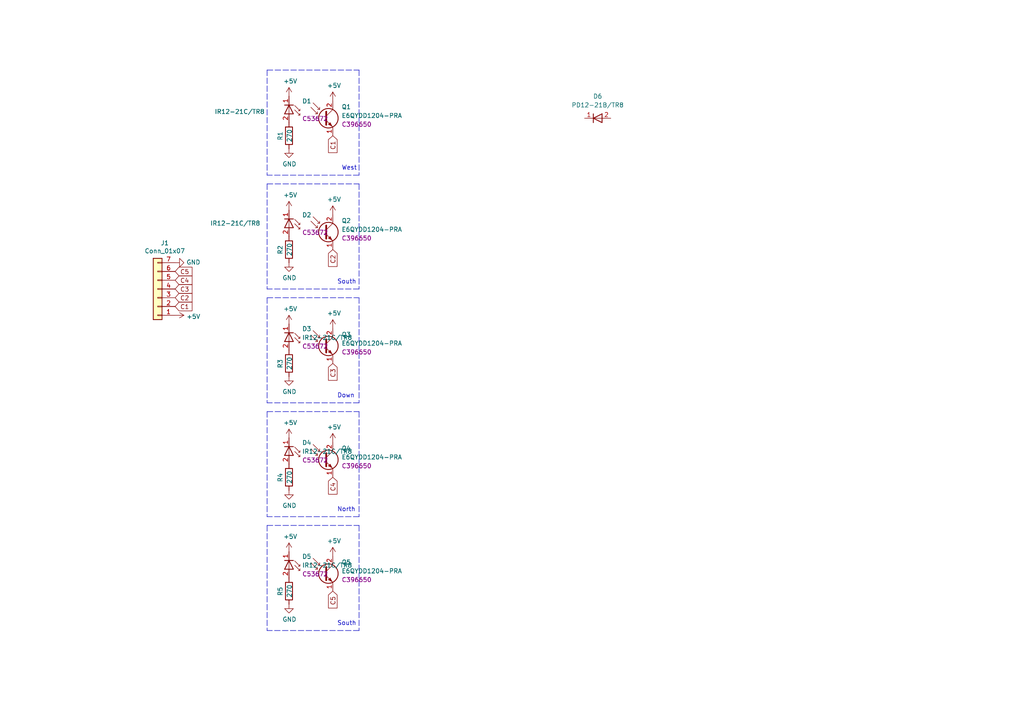
<source format=kicad_sch>
(kicad_sch (version 20211123) (generator eeschema)
  (paper "A4")
  (lib_symbols
    (symbol "Connector_Generic:Conn_01x07" (pin_names (offset 1.016) hide)
      (property "Reference" "J" (at 0 10.16 0))
      (property "Value" "Conn_01x07" (at 0 -10.16 0))
      (symbol "Conn_01x07_1_1"
        (rectangle (start -1.27 -7.493) (end 0 -7.747) (stroke (width 0.1524)))
        (rectangle (start -1.27 -4.953) (end 0 -5.207) (stroke (width 0.1524)))
        (rectangle (start -1.27 -2.413) (end 0 -2.667) (stroke (width 0.1524)))
        (rectangle (start -1.27 0.127) (end 0 -0.127) (stroke (width 0.1524)))
        (rectangle (start -1.27 2.667) (end 0 2.413) (stroke (width 0.1524)))
        (rectangle (start -1.27 5.207) (end 0 4.953) (stroke (width 0.1524)))
        (rectangle (start -1.27 7.747) (end 0 7.493) (stroke (width 0.1524)))
        (rectangle (start -1.27 8.89) (end 1.27 -8.89) (stroke (width 0.254)) (fill (type background)))
        (pin passive line (at -5.08 7.62 0) (length 3.81) (name "Pin_1") (number "1"))
        (pin passive line (at -5.08 5.08 0) (length 3.81) (name "Pin_2") (number "2"))
        (pin passive line (at -5.08 2.54 0) (length 3.81) (name "Pin_3") (number "3"))
        (pin passive line (at -5.08 0 0) (length 3.81) (name "Pin_4") (number "4"))
        (pin passive line (at -5.08 -2.54 0) (length 3.81) (name "Pin_5") (number "5"))
        (pin passive line (at -5.08 -5.08 0) (length 3.81) (name "Pin_6") (number "6"))
        (pin passive line (at -5.08 -7.62 0) (length 3.81) (name "Pin_7") (number "7"))
      )
    )
    (symbol "Device:R" (pin_numbers hide) (pin_names (offset 0))
      (property "Reference" "R" (at 2.032 0 90))
      (property "Value" "R" (at 0 0 90))
      (symbol "R_0_1"
        (rectangle (start -1.016 -2.54) (end 1.016 2.54) (stroke (width 0.254)))
      )
      (symbol "R_1_1"
        (pin passive line (at 0 3.81 270) (length 1.27) (name "~") (number "1"))
        (pin passive line (at 0 -3.81 90) (length 1.27) (name "~") (number "2"))
      )
    )
    (symbol "IR12-21C{slash}TR8_1" (pin_names (offset 1.016) hide)
      (property "Reference" "D" (at 1.778 3.048 0))
      (property "Value" "IR12-21C{slash}TR8_1" (at -1.016 -2.794 0))
      (property "LCSC Part #" "C53672" (at 0 0 0))
      (symbol "IR12-21C{slash}TR8_1_0_1"
        (polyline (pts (xy -2.54 0) (xy 0 0)))
        (polyline (pts (xy -2.54 1.27) (xy -2.54 -1.27)) (stroke (width 0.254)))
        (polyline (pts (xy 0.381 3.175) (xy -0.127 3.175)))
        (polyline (pts (xy -1.143 1.651) (xy 0.381 3.175) (xy 0.381 2.667)))
        (polyline (pts (xy 0 -1.27) (xy 0 1.27) (xy -2.54 0) (xy 0 -1.27)) (stroke (width 0.254)))
        (polyline (pts (xy -2.413 1.651) (xy -0.889 3.175) (xy -0.889 2.667) (xy -0.889 3.175) (xy -1.397 3.175)))
      )
      (symbol "IR12-21C{slash}TR8_1_1_1"
        (pin passive line (at -5.08 0 0) (length 2.54) (name "K") (number "1"))
        (pin passive line (at 2.54 0 180) (length 2.54) (name "A") (number "2"))
      )
    )
    (symbol "IR12-21C{slash}TR8_2" (pin_names (offset 1.016) hide)
      (property "Reference" "D" (at 1.778 3.048 0))
      (property "Value" "IR12-21C{slash}TR8_2" (at -1.016 -2.794 0))
      (property "LCSC Part #" "C53672" (at 0 0 0))
      (symbol "IR12-21C{slash}TR8_2_0_1"
        (polyline (pts (xy -2.54 0) (xy 0 0)))
        (polyline (pts (xy -2.54 1.27) (xy -2.54 -1.27)) (stroke (width 0.254)))
        (polyline (pts (xy 0.381 3.175) (xy -0.127 3.175)))
        (polyline (pts (xy -1.143 1.651) (xy 0.381 3.175) (xy 0.381 2.667)))
        (polyline (pts (xy 0 -1.27) (xy 0 1.27) (xy -2.54 0) (xy 0 -1.27)) (stroke (width 0.254)))
        (polyline (pts (xy -2.413 1.651) (xy -0.889 3.175) (xy -0.889 2.667) (xy -0.889 3.175) (xy -1.397 3.175)))
      )
      (symbol "IR12-21C{slash}TR8_2_1_1"
        (pin passive line (at -5.08 0 0) (length 2.54) (name "K") (number "1"))
        (pin passive line (at 2.54 0 180) (length 2.54) (name "A") (number "2"))
      )
    )
    (symbol "IR12-21C{slash}TR8_3" (pin_names (offset 1.016) hide)
      (property "Reference" "D" (at 1.778 3.048 0))
      (property "Value" "IR12-21C{slash}TR8_3" (at -1.016 -2.794 0))
      (property "LCSC Part #" "C53672" (at 0 0 0))
      (symbol "IR12-21C{slash}TR8_3_0_1"
        (polyline (pts (xy -2.54 0) (xy 0 0)))
        (polyline (pts (xy -2.54 1.27) (xy -2.54 -1.27)) (stroke (width 0.254)))
        (polyline (pts (xy 0.381 3.175) (xy -0.127 3.175)))
        (polyline (pts (xy -1.143 1.651) (xy 0.381 3.175) (xy 0.381 2.667)))
        (polyline (pts (xy 0 -1.27) (xy 0 1.27) (xy -2.54 0) (xy 0 -1.27)) (stroke (width 0.254)))
        (polyline (pts (xy -2.413 1.651) (xy -0.889 3.175) (xy -0.889 2.667) (xy -0.889 3.175) (xy -1.397 3.175)))
      )
      (symbol "IR12-21C{slash}TR8_3_1_1"
        (pin passive line (at -5.08 0 0) (length 2.54) (name "K") (number "1"))
        (pin passive line (at 2.54 0 180) (length 2.54) (name "A") (number "2"))
      )
    )
    (symbol "IR12-21C{slash}TR8_4" (pin_names (offset 1.016) hide)
      (property "Reference" "D" (at 1.778 3.048 0))
      (property "Value" "IR12-21C{slash}TR8_4" (at -1.016 -2.794 0))
      (property "LCSC Part #" "C53672" (at 0 0 0))
      (symbol "IR12-21C{slash}TR8_4_0_1"
        (polyline (pts (xy -2.54 0) (xy 0 0)))
        (polyline (pts (xy -2.54 1.27) (xy -2.54 -1.27)) (stroke (width 0.254)))
        (polyline (pts (xy 0.381 3.175) (xy -0.127 3.175)))
        (polyline (pts (xy -1.143 1.651) (xy 0.381 3.175) (xy 0.381 2.667)))
        (polyline (pts (xy 0 -1.27) (xy 0 1.27) (xy -2.54 0) (xy 0 -1.27)) (stroke (width 0.254)))
        (polyline (pts (xy -2.413 1.651) (xy -0.889 3.175) (xy -0.889 2.667) (xy -0.889 3.175) (xy -1.397 3.175)))
      )
      (symbol "IR12-21C{slash}TR8_4_1_1"
        (pin passive line (at -5.08 0 0) (length 2.54) (name "K") (number "1"))
        (pin passive line (at 2.54 0 180) (length 2.54) (name "A") (number "2"))
      )
    )
    (symbol "lalboard:E6QYDD1204-PRA" (pin_names (offset 0) hide)
      (property "Reference" "Q" (at 5.08 1.27 0))
      (property "Value" "E6QYDD1204-PRA" (at 5.08 -1.27 0))
      (property "LCSC Part #" "C396650" (at -8.89 -2.54 0))
      (symbol "E6QYDD1204-PRA_0_1"
        (polyline (pts (xy -1.905 1.27) (xy -2.54 1.27)))
        (polyline (pts (xy -1.27 2.54) (xy -1.905 2.54)))
        (polyline (pts (xy 0.635 0.635) (xy 2.54 2.54)))
        (polyline (pts (xy -3.81 3.175) (xy -1.905 1.27) (xy -1.905 1.905)))
        (polyline (pts (xy -3.175 4.445) (xy -1.27 2.54) (xy -1.27 3.175)))
        (polyline (pts (xy 0.635 -0.635) (xy 2.54 -2.54) (xy 2.54 -2.54)))
        (polyline (pts (xy 0.635 1.905) (xy 0.635 -1.905) (xy 0.635 -1.905)) (stroke (width 0.508)))
        (polyline (pts (xy 1.27 -1.778) (xy 1.778 -1.27) (xy 2.286 -2.286) (xy 1.27 -1.778) (xy 1.27 -1.778)) (fill (type outline)))
        (circle (center 1.27 0) (radius 2.8194) (stroke (width 0.254)))
      )
      (symbol "E6QYDD1204-PRA_1_1"
        (pin passive line (at 2.54 -5.08 90) (length 2.54) (name "E") (number "1"))
        (pin passive line (at 2.54 5.08 270) (length 2.54) (name "C") (number "2"))
      )
    )
    (symbol "lalboard:IR12-21C{slash}TR8" (pin_names (offset 1.016) hide)
      (property "Reference" "D" (at 1.778 3.048 0))
      (property "Value" "IR12-21C{slash}TR8" (at -1.016 -2.794 0))
      (property "LCSC Part #" "C53672" (at 0 0 0))
      (symbol "IR12-21C{slash}TR8_0_1"
        (polyline (pts (xy -2.54 0) (xy 0 0)))
        (polyline (pts (xy -2.54 1.27) (xy -2.54 -1.27)) (stroke (width 0.254)))
        (polyline (pts (xy 0.381 3.175) (xy -0.127 3.175)))
        (polyline (pts (xy -1.143 1.651) (xy 0.381 3.175) (xy 0.381 2.667)))
        (polyline (pts (xy 0 -1.27) (xy 0 1.27) (xy -2.54 0) (xy 0 -1.27)) (stroke (width 0.254)))
        (polyline (pts (xy -2.413 1.651) (xy -0.889 3.175) (xy -0.889 2.667) (xy -0.889 3.175) (xy -1.397 3.175)))
      )
      (symbol "IR12-21C{slash}TR8_1_1"
        (pin passive line (at -5.08 0 0) (length 2.54) (name "K") (number "1"))
        (pin passive line (at 2.54 0 180) (length 2.54) (name "A") (number "2"))
      )
    )
    (symbol "lalboard:PD12-21B{slash}TR8" (pin_names (offset 1.016) hide)
      (property "Reference" "D" (at 0 2.54 0))
      (property "Value" "PD12-21B{slash}TR8" (at 0 -2.54 0))
      (property "LCSC Part #" "C264384" (at 0 0 0))
      (symbol "PD12-21B{slash}TR8_0_1"
        (polyline (pts (xy -1.27 1.27) (xy -1.27 -1.27)) (stroke (width 0.254)))
        (polyline (pts (xy 1.27 0) (xy -1.27 0)))
        (polyline (pts (xy 1.27 1.27) (xy 1.27 -1.27) (xy -1.27 0) (xy 1.27 1.27)) (stroke (width 0.254)))
      )
      (symbol "PD12-21B{slash}TR8_1_1"
        (pin passive line (at -3.81 0 0) (length 2.54) (name "K") (number "1"))
        (pin passive line (at 3.81 0 180) (length 2.54) (name "A") (number "2"))
      )
    )
    (symbol "power:+5V" (power) (pin_names (offset 0))
      (property "Value" "+5V" (at 0 3.556 0))
      (symbol "+5V_0_1"
        (polyline (pts (xy -0.762 1.27) (xy 0 2.54)))
        (polyline (pts (xy 0 0) (xy 0 2.54)))
        (polyline (pts (xy 0 2.54) (xy 0.762 1.27)))
      )
      (symbol "+5V_1_1"
        (pin power_in line (at 0 0 90) (length 0) hide (name "+5V") (number "1"))
      )
    )
    (symbol "power:GND" (power) (pin_names (offset 0))
      (property "Value" "GND" (at 0 -3.81 0))
      (symbol "GND_0_1"
        (polyline (pts (xy 0 0) (xy 0 -1.27) (xy 1.27 -1.27) (xy 0 -2.54) (xy -1.27 -1.27) (xy 0 -1.27)))
      )
      (symbol "GND_1_1"
        (pin power_in line (at 0 0 270) (length 0) hide (name "GND") (number "1"))
      )
    )
  )
  (polyline (pts (xy 77.47 86.36) (xy 104.14 86.36)))
  (polyline (pts (xy 104.14 149.86) (xy 77.47 149.86)))
  (polyline (pts (xy 104.14 86.36) (xy 104.14 116.84)))
  (polyline (pts (xy 104.14 53.34) (xy 104.14 83.82)))
  (polyline (pts (xy 104.14 119.38) (xy 104.14 149.86)))
  (polyline (pts (xy 77.47 20.32) (xy 104.14 20.32)))
  (polyline (pts (xy 104.14 20.32) (xy 104.14 50.8)))
  (polyline (pts (xy 104.14 152.4) (xy 104.14 182.88)))
  (polyline (pts (xy 104.14 116.84) (xy 77.47 116.84)))
  (polyline (pts (xy 104.14 83.82) (xy 77.47 83.82)))
  (polyline (pts (xy 104.14 182.88) (xy 77.47 182.88)))
  (polyline (pts (xy 77.47 119.38) (xy 77.47 149.86)))
  (polyline (pts (xy 77.47 86.36) (xy 77.47 116.84)))
  (polyline (pts (xy 77.47 53.34) (xy 77.47 83.82)))
  (polyline (pts (xy 77.47 152.4) (xy 104.14 152.4)))
  (polyline (pts (xy 77.47 53.34) (xy 104.14 53.34)))
  (polyline (pts (xy 77.47 20.32) (xy 77.47 50.8)))
  (polyline (pts (xy 104.14 50.8) (xy 77.47 50.8)))
  (polyline (pts (xy 77.47 119.38) (xy 104.14 119.38)))
  (polyline (pts (xy 77.47 152.4) (xy 77.47 182.88)))
  (text "South" (at 97.79 82.55 0) (effects (font (size 1.27 1.27)) (justify left bottom)))
  (text "North" (at 97.79 148.59 0) (effects (font (size 1.27 1.27)) (justify left bottom)))
  (text "West" (at 99.06 49.53 0) (effects (font (size 1.27 1.27)) (justify left bottom)))
  (text "South" (at 97.79 181.61 0) (effects (font (size 1.27 1.27)) (justify left bottom)))
  (text "Down" (at 97.79 115.57 0) (effects (font (size 1.27 1.27)) (justify left bottom)))
  (global_label "C2" (shape input) (at 50.8 86.36 0) (property "Intersheet References" "${INTERSHEET_REFS}" (effects hide)))
  (global_label "C1" (shape input) (at 96.52 39.37 270) (property "Intersheet References" "${INTERSHEET_REFS}" (effects hide)))
  (global_label "C2" (shape input) (at 96.52 72.39 270) (property "Intersheet References" "${INTERSHEET_REFS}" (effects hide)))
  (global_label "C3" (shape input) (at 50.8 83.82 0) (property "Intersheet References" "${INTERSHEET_REFS}" (effects hide)))
  (global_label "C5" (shape input) (at 50.8 78.74 0) (property "Intersheet References" "${INTERSHEET_REFS}" (effects hide)))
  (global_label "C1" (shape input) (at 50.8 88.9 0) (property "Intersheet References" "${INTERSHEET_REFS}" (effects hide)))
  (global_label "C4" (shape input) (at 50.8 81.28 0) (property "Intersheet References" "${INTERSHEET_REFS}" (effects hide)))
  (global_label "C5" (shape input) (at 96.52 171.45 270) (property "Intersheet References" "${INTERSHEET_REFS}" (effects hide)))
  (global_label "C3" (shape input) (at 96.52 105.41 270) (property "Intersheet References" "${INTERSHEET_REFS}" (effects hide)))
  (global_label "C4" (shape input) (at 96.52 138.43 270) (property "Intersheet References" "${INTERSHEET_REFS}" (effects hide)))
  (symbol (lib_id "Connector_Generic:Conn_01x07") (at 45.72 83.82 180) (unit 1)
    (property "Reference" "J1" (at 47.8028 70.485 0))
    (property "Value" "Conn_01x07" (at 47.8028 72.7964 0))
    (property "Footprint" "lalboard:JST_ZH_S7B-ZR_1x07_P1.50mm_Horizontal" (effects hide))
  )
  (symbol (lib_id "Device:R") (at 83.82 39.37 180) (unit 1)
    (property "Reference" "R1" (at 81.28 38.1 90) (effects (justify left)))
    (property "Value" "270" (at 83.9724 37.4396 90) (effects (justify left)))
    (property "Footprint" "Resistor_SMD:R_1206_3216Metric_Pad1.42x1.75mm_HandSolder" (effects hide))
  )
  (symbol (lib_id "power:+5V") (at 83.82 27.94 0) (unit 1)
    (property "Reference" "#PWR08" (effects hide))
    (property "Value" "+5V" (at 84.201 23.5458 0))
  )
  (symbol (lib_id "power:+5V") (at 96.52 29.21 0) (unit 1)
    (property "Reference" "#PWR013" (effects hide))
    (property "Value" "+5V" (at 96.901 24.8158 0))
  )
  (symbol (lib_id "power:GND") (at 83.82 43.18 0) (unit 1)
    (property "Reference" "#PWR03" (effects hide))
    (property "Value" "GND" (at 83.947 47.5742 0))
  )
  (symbol (lib_id "power:GND") (at 50.8 76.2 90) (unit 1)
    (property "Reference" "#PWR01" (effects hide))
    (property "Value" "GND" (at 54.0512 76.073 90) (effects (justify right)))
  )
  (symbol (lib_id "power:+5V") (at 50.8 91.44 270) (unit 1)
    (property "Reference" "#PWR02" (effects hide))
    (property "Value" "+5V" (at 54.0512 91.821 90) (effects (justify left)))
  )
  (symbol (lib_id "power:+5V") (at 83.82 60.96 0) (unit 1)
    (property "Reference" "#PWR0101" (effects hide))
    (property "Value" "+5V" (at 84.201 56.5658 0))
  )
  (symbol (lib_id "Device:R") (at 83.82 72.39 180) (unit 1)
    (property "Reference" "R2" (at 81.28 71.12 90) (effects (justify left)))
    (property "Value" "270" (at 83.9724 70.4596 90) (effects (justify left)))
    (property "Footprint" "Resistor_SMD:R_1206_3216Metric_Pad1.42x1.75mm_HandSolder" (effects hide))
  )
  (symbol (lib_id "power:GND") (at 83.82 76.2 0) (unit 1)
    (property "Reference" "#PWR0102" (effects hide))
    (property "Value" "GND" (at 83.947 80.5942 0))
  )
  (symbol (lib_id "power:+5V") (at 96.52 62.23 0) (unit 1)
    (property "Reference" "#PWR0103" (effects hide))
    (property "Value" "+5V" (at 96.901 57.8358 0))
  )
  (symbol (lib_id "power:+5V") (at 83.82 93.98 0) (unit 1)
    (property "Reference" "#PWR0104" (effects hide))
    (property "Value" "+5V" (at 84.201 89.5858 0))
  )
  (symbol (lib_id "Device:R") (at 83.82 105.41 180) (unit 1)
    (property "Reference" "R3" (at 81.28 104.14 90) (effects (justify left)))
    (property "Value" "270" (at 83.9724 103.4796 90) (effects (justify left)))
    (property "Footprint" "Resistor_SMD:R_1206_3216Metric_Pad1.42x1.75mm_HandSolder" (effects hide))
  )
  (symbol (lib_id "power:GND") (at 83.82 109.22 0) (unit 1)
    (property "Reference" "#PWR0105" (effects hide))
    (property "Value" "GND" (at 83.947 113.6142 0))
  )
  (symbol (lib_id "power:+5V") (at 96.52 95.25 0) (unit 1)
    (property "Reference" "#PWR0106" (effects hide))
    (property "Value" "+5V" (at 96.901 90.8558 0))
  )
  (symbol (lib_id "power:+5V") (at 83.82 127 0) (unit 1)
    (property "Reference" "#PWR0107" (effects hide))
    (property "Value" "+5V" (at 84.201 122.6058 0))
  )
  (symbol (lib_id "Device:R") (at 83.82 138.43 180) (unit 1)
    (property "Reference" "R4" (at 81.28 137.16 90) (effects (justify left)))
    (property "Value" "270" (at 83.9724 136.4996 90) (effects (justify left)))
    (property "Footprint" "Resistor_SMD:R_1206_3216Metric_Pad1.42x1.75mm_HandSolder" (effects hide))
  )
  (symbol (lib_id "power:GND") (at 83.82 142.24 0) (unit 1)
    (property "Reference" "#PWR0108" (effects hide))
    (property "Value" "GND" (at 83.947 146.6342 0))
  )
  (symbol (lib_id "power:+5V") (at 96.52 128.27 0) (unit 1)
    (property "Reference" "#PWR0109" (effects hide))
    (property "Value" "+5V" (at 96.901 123.8758 0))
  )
  (symbol (lib_id "power:+5V") (at 83.82 160.02 0) (unit 1)
    (property "Reference" "#PWR0110" (effects hide))
    (property "Value" "+5V" (at 84.201 155.6258 0))
  )
  (symbol (lib_id "Device:R") (at 83.82 171.45 180) (unit 1)
    (property "Reference" "R5" (at 81.28 170.18 90) (effects (justify left)))
    (property "Value" "270" (at 83.9724 169.5196 90) (effects (justify left)))
    (property "Footprint" "Resistor_SMD:R_1206_3216Metric_Pad1.42x1.75mm_HandSolder" (effects hide))
  )
  (symbol (lib_id "power:GND") (at 83.82 175.26 0) (unit 1)
    (property "Reference" "#PWR0111" (effects hide))
    (property "Value" "GND" (at 83.947 179.6542 0))
  )
  (symbol (lib_id "power:+5V") (at 96.52 161.29 0) (unit 1)
    (property "Reference" "#PWR0112" (effects hide))
    (property "Value" "+5V" (at 96.901 156.8958 0))
  )
  (symbol (lib_id "lalboard:PD12-21B{slash}TR8") (at 173.355 34.29 0) (unit 1)
    (property "Reference" "D6" (at 173.355 27.94 0))
    (property "Value" "PD12-21B/TR8" (at 173.355 30.48 0))
    (property "Footprint" "lalboard:PD12-21B" (effects hide))
    (property "Datasheet" "https://datasheet.lcsc.com/lcsc/1808280419_Everlight-Elec-PD12-21B-TR8_C264384.pdf" (effects hide))
    (property "LCSC Part #" "C264384" (at 173.355 31.75 0) (effects (font (size 0 0))))
  )
  (symbol (lib_id "lalboard:E6QYDD1204-PRA") (at 93.98 166.37 0) (unit 1)
    (property "Reference" "Q5" (at 99.06 163.0806 0) (effects (justify left)))
    (property "Value" "E6QYDD1204-PRA" (at 99.06 165.6206 0) (effects (justify left)))
    (property "Footprint" "lalboard:E6QYDD1204-PRA" (effects hide))
    (property "Datasheet" "https://datasheet.lcsc.com/lcsc/2108131830_EKINGLUX-E6QYDD1204-PRA_C396650.pdf" (effects hide))
    (property "LCSC Part #" "C396650" (at 99.06 168.1606 0) (effects (justify left)))
  )
  (symbol (lib_name "IR12-21C{slash}TR8_4") (lib_id "lalboard:IR12-21C{slash}TR8") (at 83.82 33.02 270) (unit 1)
    (property "Reference" "D1" (at 87.63 29.3369 90) (effects (justify left)))
    (property "Value" "IR12-21C/TR8" (at 62.23 32.385 90) (effects (justify left)))
    (property "Footprint" "lalboard:IR12-21C-TR8" (effects hide))
    (property "Datasheet" "https://datasheet.lcsc.com/lcsc/1809192013_Everlight-Elec-IR12-21C-TR8_C53672.pdf" (effects hide))
    (property "LCSC Part #" "C53672" (at 87.63 34.4169 90) (effects (justify left)))
  )
  (symbol (lib_id "lalboard:E6QYDD1204-PRA") (at 93.98 100.33 0) (unit 1)
    (property "Reference" "Q3" (at 99.06 97.0406 0) (effects (justify left)))
    (property "Value" "E6QYDD1204-PRA" (at 99.06 99.5806 0) (effects (justify left)))
    (property "Footprint" "lalboard:E6QYDD1204-PRA" (effects hide))
    (property "Datasheet" "https://datasheet.lcsc.com/lcsc/2108131830_EKINGLUX-E6QYDD1204-PRA_C396650.pdf" (effects hide))
    (property "LCSC Part #" "C396650" (at 99.06 102.1206 0) (effects (justify left)))
  )
  (symbol (lib_id "lalboard:E6QYDD1204-PRA") (at 93.98 133.35 0) (unit 1)
    (property "Reference" "Q4" (at 99.06 130.0606 0) (effects (justify left)))
    (property "Value" "E6QYDD1204-PRA" (at 99.06 132.6006 0) (effects (justify left)))
    (property "Footprint" "lalboard:E6QYDD1204-PRA" (effects hide))
    (property "Datasheet" "https://datasheet.lcsc.com/lcsc/2108131830_EKINGLUX-E6QYDD1204-PRA_C396650.pdf" (effects hide))
    (property "LCSC Part #" "C396650" (at 99.06 135.1406 0) (effects (justify left)))
  )
  (symbol (lib_name "IR12-21C{slash}TR8_1") (lib_id "lalboard:IR12-21C{slash}TR8") (at 83.82 165.1 270) (unit 1)
    (property "Reference" "D5" (at 87.63 161.4169 90) (effects (justify left)))
    (property "Value" "IR12-21C/TR8" (at 87.63 163.9569 90) (effects (justify left)))
    (property "Footprint" "lalboard:IR12-21C-TR8" (effects hide))
    (property "Datasheet" "https://datasheet.lcsc.com/lcsc/1809192013_Everlight-Elec-IR12-21C-TR8_C53672.pdf" (effects hide))
    (property "LCSC Part #" "C53672" (at 87.63 166.4969 90) (effects (justify left)))
  )
  (symbol (lib_id "lalboard:IR12-21C{slash}TR8") (at 83.82 66.04 270) (unit 1)
    (property "Reference" "D2" (at 87.63 62.3569 90) (effects (justify left)))
    (property "Value" "IR12-21C/TR8" (at 60.96 64.77 90) (effects (justify left)))
    (property "Footprint" "lalboard:IR12-21C-TR8" (effects hide))
    (property "Datasheet" "https://datasheet.lcsc.com/lcsc/1809192013_Everlight-Elec-IR12-21C-TR8_C53672.pdf" (effects hide))
    (property "LCSC Part #" "C53672" (at 87.63 67.4369 90) (effects (justify left)))
  )
  (symbol (lib_name "IR12-21C{slash}TR8_2") (lib_id "lalboard:IR12-21C{slash}TR8") (at 83.82 132.08 270) (unit 1)
    (property "Reference" "D4" (at 87.63 128.3969 90) (effects (justify left)))
    (property "Value" "IR12-21C/TR8" (at 87.63 130.9369 90) (effects (justify left)))
    (property "Footprint" "lalboard:IR12-21C-TR8" (effects hide))
    (property "Datasheet" "https://datasheet.lcsc.com/lcsc/1809192013_Everlight-Elec-IR12-21C-TR8_C53672.pdf" (effects hide))
    (property "LCSC Part #" "C53672" (at 87.63 133.4769 90) (effects (justify left)))
  )
  (symbol (lib_name "IR12-21C{slash}TR8_3") (lib_id "lalboard:IR12-21C{slash}TR8") (at 83.82 99.06 270) (unit 1)
    (property "Reference" "D3" (at 87.63 95.3769 90) (effects (justify left)))
    (property "Value" "IR12-21C/TR8" (at 87.63 97.9169 90) (effects (justify left)))
    (property "Footprint" "lalboard:IR12-21C-TR8" (effects hide))
    (property "Datasheet" "https://datasheet.lcsc.com/lcsc/1809192013_Everlight-Elec-IR12-21C-TR8_C53672.pdf" (effects hide))
    (property "LCSC Part #" "C53672" (at 87.63 100.4569 90) (effects (justify left)))
  )
  (symbol (lib_id "lalboard:E6QYDD1204-PRA") (at 93.98 34.29 0) (unit 1)
    (property "Reference" "Q1" (at 99.06 31.0006 0) (effects (justify left)))
    (property "Value" "E6QYDD1204-PRA" (at 99.06 33.5406 0) (effects (justify left)))
    (property "Footprint" "lalboard:E6QYDD1204-PRA" (effects hide))
    (property "Datasheet" "https://datasheet.lcsc.com/lcsc/2108131830_EKINGLUX-E6QYDD1204-PRA_C396650.pdf" (effects hide))
    (property "LCSC Part #" "C396650" (at 99.06 36.0806 0) (effects (justify left)))
  )
  (symbol (lib_id "lalboard:E6QYDD1204-PRA") (at 93.98 67.31 0) (unit 1)
    (property "Reference" "Q2" (at 99.06 64.0206 0) (effects (justify left)))
    (property "Value" "E6QYDD1204-PRA" (at 99.06 66.5606 0) (effects (justify left)))
    (property "Footprint" "lalboard:E6QYDD1204-PRA" (effects hide))
    (property "Datasheet" "https://datasheet.lcsc.com/lcsc/2108131830_EKINGLUX-E6QYDD1204-PRA_C396650.pdf" (effects hide))
    (property "LCSC Part #" "C396650" (at 99.06 69.1006 0) (effects (justify left)))
  )
)
</source>
